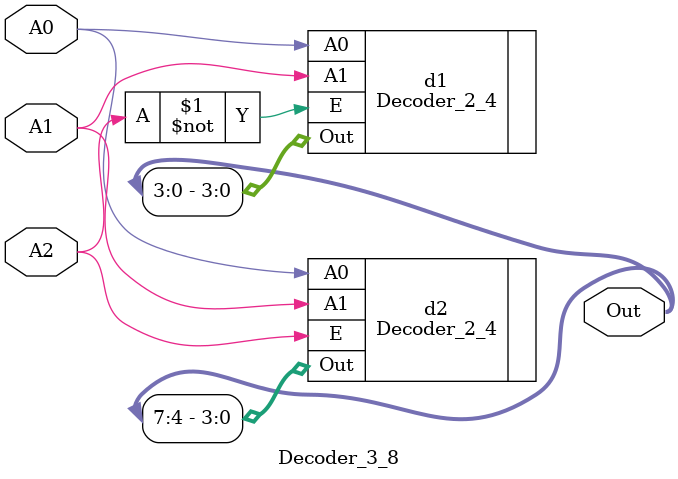
<source format=v>
module Decoder_3_8(A0, A1, A2, Out);
    
    input A0, A1, A2;
    output [7:0] Out;
    
    Decoder_2_4 d1(.A0(A0), .A1(A1), .E(~A2), .Out(Out[3:0]));
    Decoder_2_4 d2(.A0(A0), .A1(A1), .E(A2), .Out(Out[7:4]));

endmodule
</source>
